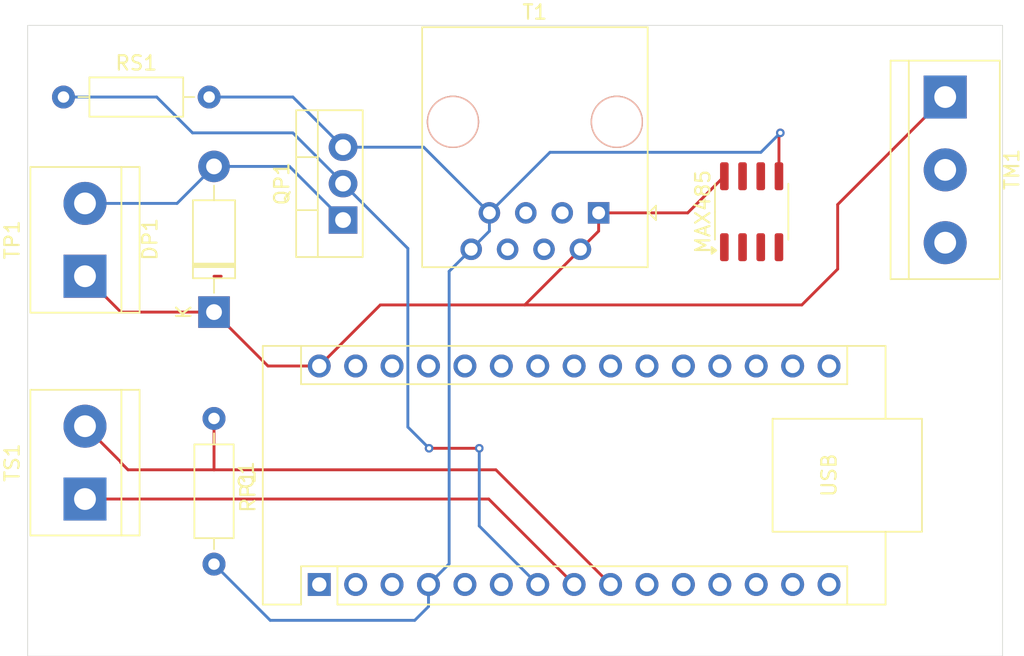
<source format=kicad_pcb>
(kicad_pcb (version 20240108) (generator "pcbnew") (generator_version "8.0")
  (layers (0 "F.Cu" signal) (31 "B.Cu" signal) (34 "B.Paste" user) (35 "F.Paste" user) (36 "B.SilkS" user "B.Silkscreen") (37 "F.SilkS" user "F.Silkscreen") (38 "B.Mask" user) (39 "F.Mask" user) (44 "Edge.Cuts" user))
  (net 0 "")
  (net 1 "Net-(MAX485-A)")
  (net 2 "GND")
  (net 3 "+5V")
  (net 4 "Net-(MAX485-B)")
  (net 8 "Net-(C1-D4)")
  (net 9 "Net-(C1-D3)")
  (net 19 "Net-(C1-A0)")
  (net 23 "Net-(C1-D10)")
  (net 25 "Net-(C1-D11)")
  (net 27 "Net-(C1-D6)")
  (net 32 "Net-(C1-D5)")
  (net 33 "Net-(DP1-A)")
  (footprint "TerminalBlock:TerminalBlock_bornier-2_P5.08mm" (layer "F.Cu") (at 127 86.04 90)
    (property "Reference" "TS1" (at 2.54 -5.08 90) (layer "F.SilkS"))
    (property "Value" "Saucer Terminal")
    (fp_line (start 7.62 -3.81) (end -2.54 -3.81) (stroke (width 0.12)) (layer "F.SilkS"))
    (fp_line (start -2.54 -3.81) (end -2.54 3.81) (stroke (width 0.12)) (layer "F.SilkS"))
    (fp_line (start 7.62 2.54) (end -2.54 2.54) (stroke (width 0.12)) (layer "F.SilkS"))
    (fp_line (start 7.62 3.81) (end 7.62 -3.81) (stroke (width 0.12)) (layer "F.SilkS"))
    (fp_line (start -2.54 3.81) (end 7.62 3.81) (stroke (width 0.12)) (layer "F.SilkS"))
    (pad "1" thru_hole rect (at 0 0 90) (size 3 3) (drill 1.52) (layers "*.Cu" "*.Mask") (net 32 "Net-(C1-D5)"))
    (pad "2" thru_hole circle (at 5.08 0 90) (size 3 3) (drill 1.52) (layers "*.Cu" "*.Mask") (net 27 "Net-(C1-D6)"))
  )
  (footprint "TerminalBlock:TerminalBlock_bornier-3_P5.08mm" (layer "F.Cu") (at 187 58 -90)
    (property "Reference" "TM1" (at 5.05 -4.65 90) (layer "F.SilkS"))
    (property "Value" "Moisture Sensor")
    (fp_line (start -2.54 3.81) (end 12.7 3.81) (stroke (width 0.12)) (layer "F.SilkS"))
    (fp_line (start -2.54 3.81) (end -2.54 -3.81) (stroke (width 0.12)) (layer "F.SilkS"))
    (fp_line (start 12.7 3.81) (end 12.7 -3.81) (stroke (width 0.12)) (layer "F.SilkS"))
    (fp_line (start -2.54 2.54) (end 12.7 2.54) (stroke (width 0.12)) (layer "F.SilkS"))
    (fp_line (start -2.54 -3.81) (end 12.7 -3.81) (stroke (width 0.12)) (layer "F.SilkS"))
    (pad "1" thru_hole rect (at 0 0 270) (size 3 3) (drill 1.52) (layers "*.Cu" "*.Mask") (net 3 "+5V"))
    (pad "2" thru_hole circle (at 5.08 0 270) (size 3 3) (drill 1.52) (layers "*.Cu" "*.Mask") (net 19 "Net-(C1-A0)"))
    (pad "3" thru_hole circle (at 10.16 0 270) (size 3 3) (drill 1.52) (layers "*.Cu" "*.Mask") (net 2 "GND"))
  )
  (footprint "Package_SO:SOIC-8_3.9x4.9mm_P1.27mm" (layer "F.Cu") (at 173.5 66 90)
    (property "Reference" "MAX485" (at 0 -3.4 90) (layer "F.SilkS"))
    (property "Value" "Connection Module")
    (fp_line (start 0 -2.56) (end 1.95 -2.56) (stroke (width 0.12)) (layer "F.SilkS"))
    (fp_line (start 0 -2.56) (end -1.95 -2.56) (stroke (width 0.12)) (layer "F.SilkS"))
    (fp_line (start 0 2.56) (end 1.95 2.56) (stroke (width 0.12)) (layer "F.SilkS"))
    (fp_line (start 0 2.56) (end -1.95 2.56) (stroke (width 0.12)) (layer "F.SilkS"))
    (fp_poly (pts (xy -2.7 -2.465) (xy -2.94 -2.795) (xy -2.46 -2.795) (xy -2.7 -2.465)) (stroke (width 0.12)) (fill solid) (layer "F.SilkS"))
    (pad "1" smd roundrect (at -2.475 -1.905 90) (size 1.95 0.6) (layers "F.Cu" "F.Paste" "F.Mask") (net 23 "Net-(C1-D10)"))
    (pad "2" smd roundrect (at -2.475 -0.635 90) (size 1.95 0.6) (layers "F.Cu" "F.Paste" "F.Mask") (net 9 "Net-(C1-D3)"))
    (pad "3" smd roundrect (at -2.475 0.635 90) (size 1.95 0.6) (layers "F.Cu" "F.Paste" "F.Mask") (net 9 "Net-(C1-D3)"))
    (pad "4" smd roundrect (at -2.475 1.905 90) (size 1.95 0.6) (layers "F.Cu" "F.Paste" "F.Mask") (net 25 "Net-(C1-D11)"))
    (pad "5" smd roundrect (at 2.475 1.905 90) (size 1.95 0.6) (layers "F.Cu" "F.Paste" "F.Mask") (net 2 "GND"))
    (pad "6" smd roundrect (at 2.475 0.635 90) (size 1.95 0.6) (layers "F.Cu" "F.Paste" "F.Mask") (net 1 "Net-(MAX485-A)"))
    (pad "7" smd roundrect (at 2.475 -0.635 90) (size 1.95 0.6) (layers "F.Cu" "F.Paste" "F.Mask") (net 4 "Net-(MAX485-B)"))
    (pad "8" smd roundrect (at 2.475 -1.905 90) (size 1.95 0.6) (layers "F.Cu" "F.Paste" "F.Mask") (net 3 "+5V"))
  )
  (footprint "Package_TO_SOT_THT:TO-220-3_Vertical" (layer "F.Cu") (at 145 66.58 90)
    (property "Reference" "QP1" (at 2.54 -4.27 90) (layer "F.SilkS"))
    (property "Value" "IRLZ44N")
    (fp_line (start 7.66 -3.27) (end 7.66 1.371) (stroke (width 0.12)) (layer "F.SilkS"))
    (fp_line (start 4.391 -3.27) (end 4.391 -1.76) (stroke (width 0.12)) (layer "F.SilkS"))
    (fp_line (start 0.69 -3.27) (end 0.69 -1.76) (stroke (width 0.12)) (layer "F.SilkS"))
    (fp_line (start -2.58 -3.27) (end 7.66 -3.27) (stroke (width 0.12)) (layer "F.SilkS"))
    (fp_line (start -2.58 -3.27) (end -2.58 1.371) (stroke (width 0.12)) (layer "F.SilkS"))
    (fp_line (start -2.58 -1.76) (end 7.66 -1.76) (stroke (width 0.12)) (layer "F.SilkS"))
    (fp_line (start -2.58 1.371) (end 7.66 1.371) (stroke (width 0.12)) (layer "F.SilkS"))
    (pad "1" thru_hole rect (at 0 0 90) (size 1.905 2) (drill 1.1) (layers "*.Cu" "*.Mask") (net 33 "Net-(DP1-A)"))
    (pad "2" thru_hole oval (at 2.54 0 90) (size 1.905 2) (drill 1.1) (layers "*.Cu" "*.Mask") (net 8 "Net-(C1-D4)"))
    (pad "3" thru_hole oval (at 5.08 0 90) (size 1.905 2) (drill 1.1) (layers "*.Cu" "*.Mask") (net 2 "GND"))
  )
  (footprint "Diode_THT:D_DO-41_SOD81_P10.16mm_Horizontal" (layer "F.Cu") (at 136 73 90)
    (property "Reference" "DP1" (at 5.08 -4.47 90) (layer "F.SilkS"))
    (property "Value" "1N4007")
    (fp_line (start 7.8 -1.47) (end 2.36 -1.47) (stroke (width 0.12)) (layer "F.SilkS"))
    (fp_line (start 3.38 -1.47) (end 3.38 1.47) (stroke (width 0.12)) (layer "F.SilkS"))
    (fp_line (start 3.26 -1.47) (end 3.26 1.47) (stroke (width 0.12)) (layer "F.SilkS"))
    (fp_line (start 3.14 -1.47) (end 3.14 1.47) (stroke (width 0.12)) (layer "F.SilkS"))
    (fp_line (start 2.36 -1.47) (end 2.36 1.47) (stroke (width 0.12)) (layer "F.SilkS"))
    (fp_line (start 8.82 0) (end 7.8 0) (stroke (width 0.12)) (layer "F.SilkS"))
    (fp_line (start 1.34 0) (end 2.36 0) (stroke (width 0.12)) (layer "F.SilkS"))
    (fp_line (start 7.8 1.47) (end 7.8 -1.47) (stroke (width 0.12)) (layer "F.SilkS"))
    (fp_line (start 2.36 1.47) (end 7.8 1.47) (stroke (width 0.12)) (layer "F.SilkS"))
    (fp_text user "K" (at 0 -2.1 90) (layer "F.SilkS"))
    (pad "1" thru_hole rect (at 0 0 90) (size 2.2 2.2) (drill 1.1) (layers "*.Cu" "*.Mask") (net 3 "+5V"))
    (pad "2" thru_hole oval (at 10.16 0 90) (size 2.2 2.2) (drill 1.1) (layers "*.Cu" "*.Mask") (net 33 "Net-(DP1-A)"))
  )
  (footprint "Resistor_THT:R_Axial_DIN0207_L6.3mm_D2.5mm_P10.16mm_Horizontal" (layer "F.Cu") (at 136 80.42 -90)
    (property "Reference" "RP1" (at 5.08 -2.37 90) (layer "F.SilkS"))
    (property "Value" "10k")
    (fp_line (start 1.81 1.37) (end 8.35 1.37) (stroke (width 0.12)) (layer "F.SilkS"))
    (fp_line (start 8.35 1.37) (end 8.35 -1.37) (stroke (width 0.12)) (layer "F.SilkS"))
    (fp_line (start 1.04 0) (end 1.81 0) (stroke (width 0.12)) (layer "F.SilkS"))
    (fp_line (start 9.12 0) (end 8.35 0) (stroke (width 0.12)) (layer "F.SilkS"))
    (fp_line (start 1.81 -1.37) (end 1.81 1.37) (stroke (width 0.12)) (layer "F.SilkS"))
    (fp_line (start 8.35 -1.37) (end 1.81 -1.37) (stroke (width 0.12)) (layer "F.SilkS"))
    (pad "1" thru_hole circle (at 0 0 270) (size 1.6 1.6) (drill 0.8) (layers "*.Cu" "*.Mask") (net 27 "Net-(C1-D6)"))
    (pad "2" thru_hole oval (at 10.16 0 270) (size 1.6 1.6) (drill 0.8) (layers "*.Cu" "*.Mask") (net 2 "GND"))
  )
  (footprint "Resistor_THT:R_Axial_DIN0207_L6.3mm_D2.5mm_P10.16mm_Horizontal" (layer "F.Cu") (at 125.5 58)
    (property "Reference" "RS1" (at 5.08 -2.37 0) (layer "F.SilkS"))
    (property "Value" "10k")
    (fp_line (start 1.04 0) (end 1.81 0) (stroke (width 0.12)) (layer "F.SilkS"))
    (fp_line (start 1.81 -1.37) (end 1.81 1.37) (stroke (width 0.12)) (layer "F.SilkS"))
    (fp_line (start 1.81 1.37) (end 8.35 1.37) (stroke (width 0.12)) (layer "F.SilkS"))
    (fp_line (start 8.35 -1.37) (end 1.81 -1.37) (stroke (width 0.12)) (layer "F.SilkS"))
    (fp_line (start 8.35 1.37) (end 8.35 -1.37) (stroke (width 0.12)) (layer "F.SilkS"))
    (fp_line (start 9.12 0) (end 8.35 0) (stroke (width 0.12)) (layer "F.SilkS"))
    (pad "1" thru_hole circle (at 0 0) (size 1.6 1.6) (drill 0.8) (layers "*.Cu" "*.Mask") (net 8 "Net-(C1-D4)"))
    (pad "2" thru_hole oval (at 10.16 0) (size 1.6 1.6) (drill 0.8) (layers "*.Cu" "*.Mask") (net 2 "GND"))
  )
  (footprint "Connector_RJ:RJ45_OST_PJ012-8P8CX_Vertical" (layer "F.Cu") (at 162.8275 66.08 180)
    (property "Reference" "T1" (at 4.45 14 0) (layer "F.SilkS"))
    (property "Value" "RJ45 Connector")
    (fp_line (start 12.31 12.95) (end -3.42 12.95) (stroke (width 0.12)) (layer "F.SilkS"))
    (fp_line (start 12.31 -3.79) (end 12.31 12.95) (stroke (width 0.12)) (layer "F.SilkS"))
    (fp_line (start 12.3 -3.79) (end -3.42 -3.79) (stroke (width 0.12)) (layer "F.SilkS"))
    (fp_line (start -3.42 -3.79) (end -3.42 12.95) (stroke (width 0.12)) (layer "F.SilkS"))
    (fp_line (start -3.5 0) (end -4 -0.5) (stroke (width 0.12)) (layer "F.SilkS"))
    (fp_line (start -4 0.5) (end -3.5 0) (stroke (width 0.12)) (layer "F.SilkS"))
    (fp_line (start -4 -0.5) (end -4 0.5) (stroke (width 0.12)) (layer "F.SilkS"))
    (pad "" np_thru_hole circle (at -1.27 6.35 180) (size 3.65 3.65) (drill 3.45) (layers "*.Cu" "*.SilkS" "*.Mask"))
    (pad "" np_thru_hole circle (at 10.16 6.35 180) (size 3.65 3.65) (drill 3.45) (layers "*.Cu" "*.SilkS" "*.Mask"))
    (pad "1" thru_hole rect (at 0 0 180) (size 1.5 1.5) (drill 0.9) (layers "*.Cu" "*.Mask") (net 3 "+5V"))
    (pad "2" thru_hole circle (at 1.27 -2.54 180) (size 1.5 1.5) (drill 0.9) (layers "*.Cu" "*.Mask") (net 3 "+5V"))
    (pad "3" thru_hole circle (at 2.54 0 180) (size 1.5 1.5) (drill 0.9) (layers "*.Cu" "*.Mask") (net 1 "Net-(MAX485-A)"))
    (pad "4" thru_hole circle (at 3.81 -2.54 180) (size 1.5 1.5) (drill 0.9) (layers "*.Cu" "*.Mask") (net 4 "Net-(MAX485-B)"))
    (pad "5" thru_hole circle (at 5.08 0 180) (size 1.5 1.5) (drill 0.9) (layers "*.Cu" "*.Mask"))
    (pad "6" thru_hole circle (at 6.35 -2.54 180) (size 1.5 1.5) (drill 0.9) (layers "*.Cu" "*.Mask"))
    (pad "7" thru_hole circle (at 7.62 0 180) (size 1.5 1.5) (drill 0.9) (layers "*.Cu" "*.Mask") (net 2 "GND"))
    (pad "8" thru_hole circle (at 8.89 -2.54 180) (size 1.5 1.5) (drill 0.9) (layers "*.Cu" "*.Mask") (net 2 "GND"))
  )
  (footprint "Module:Arduino_Nano" (layer "F.Cu") (at 143.34 92 90)
    (property "Reference" "C1" (at 7.62 -5.08 90) (layer "F.SilkS"))
    (property "Value" "Arduino Nano 5V")
    (fp_line (start 16.64 -3.94) (end -1.4 -3.94) (stroke (width 0.12)) (layer "F.SilkS"))
    (fp_line (start -1.4 -3.94) (end -1.4 -1.27) (stroke (width 0.12)) (layer "F.SilkS"))
    (fp_line (start 13.97 -1.27) (end 16.64 -1.27) (stroke (width 0.12)) (layer "F.SilkS"))
    (fp_line (start 13.97 -1.27) (end 13.97 36.83) (stroke (width 0.12)) (layer "F.SilkS"))
    (fp_line (start 1.27 -1.27) (end -1.4 -1.27) (stroke (width 0.12)) (layer "F.SilkS"))
    (fp_line (start 1.27 1.27) (end 1.27 -1.27) (stroke (width 0.12)) (layer "F.SilkS"))
    (fp_line (start 1.27 1.27) (end -1.4 1.27) (stroke (width 0.12)) (layer "F.SilkS"))
    (fp_line (start 1.27 1.27) (end 1.27 36.83) (stroke (width 0.12)) (layer "F.SilkS"))
    (fp_line (start -1.4 1.27) (end -1.4 39.5) (stroke (width 0.12)) (layer "F.SilkS"))
    (fp_line (start 11.56 31.62) (end 11.56 42.04) (stroke (width 0.12)) (layer "F.SilkS"))
    (fp_line (start 3.68 31.62) (end 11.56 31.62) (stroke (width 0.12)) (layer "F.SilkS"))
    (fp_line (start 13.97 36.83) (end 16.64 36.83) (stroke (width 0.12)) (layer "F.SilkS"))
    (fp_line (start 1.27 36.83) (end -1.4 36.83) (stroke (width 0.12)) (layer "F.SilkS"))
    (fp_line (start 16.64 39.5) (end 16.64 -3.94) (stroke (width 0.12)) (layer "F.SilkS"))
    (fp_line (start 16.64 39.5) (end 11.56 39.5) (stroke (width 0.12)) (layer "F.SilkS"))
    (fp_line (start -1.4 39.5) (end 3.68 39.5) (stroke (width 0.12)) (layer "F.SilkS"))
    (fp_line (start 11.56 42.04) (end 3.68 42.04) (stroke (width 0.12)) (layer "F.SilkS"))
    (fp_line (start 3.68 42.04) (end 3.68 31.62) (stroke (width 0.12)) (layer "F.SilkS"))
    (fp_text user "USB" (at 7.62 35.56 90) (layer "F.SilkS"))
    (pad "1" thru_hole rect (at 0 0 90) (size 1.6 1.6) (drill 1) (layers "*.Cu" "*.Mask"))
    (pad "2" thru_hole oval (at 0 2.54 90) (size 1.6 1.6) (drill 1) (layers "*.Cu" "*.Mask"))
    (pad "3" thru_hole oval (at 0 5.08 90) (size 1.6 1.6) (drill 1) (layers "*.Cu" "*.Mask"))
    (pad "4" thru_hole oval (at 0 7.62 90) (size 1.6 1.6) (drill 1) (layers "*.Cu" "*.Mask") (net 2 "GND"))
    (pad "5" thru_hole oval (at 0 10.16 90) (size 1.6 1.6) (drill 1) (layers "*.Cu" "*.Mask"))
    (pad "6" thru_hole oval (at 0 12.7 90) (size 1.6 1.6) (drill 1) (layers "*.Cu" "*.Mask") (net 9 "Net-(C1-D3)"))
    (pad "7" thru_hole oval (at 0 15.24 90) (size 1.6 1.6) (drill 1) (layers "*.Cu" "*.Mask") (net 8 "Net-(C1-D4)"))
    (pad "8" thru_hole oval (at 0 17.78 90) (size 1.6 1.6) (drill 1) (layers "*.Cu" "*.Mask") (net 32 "Net-(C1-D5)"))
    (pad "9" thru_hole oval (at 0 20.32 90) (size 1.6 1.6) (drill 1) (layers "*.Cu" "*.Mask") (net 27 "Net-(C1-D6)"))
    (pad "10" thru_hole oval (at 0 22.86 90) (size 1.6 1.6) (drill 1) (layers "*.Cu" "*.Mask"))
    (pad "11" thru_hole oval (at 0 25.4 90) (size 1.6 1.6) (drill 1) (layers "*.Cu" "*.Mask"))
    (pad "12" thru_hole oval (at 0 27.94 90) (size 1.6 1.6) (drill 1) (layers "*.Cu" "*.Mask"))
    (pad "13" thru_hole oval (at 0 30.48 90) (size 1.6 1.6) (drill 1) (layers "*.Cu" "*.Mask") (net 23 "Net-(C1-D10)"))
    (pad "14" thru_hole oval (at 0 33.02 90) (size 1.6 1.6) (drill 1) (layers "*.Cu" "*.Mask") (net 25 "Net-(C1-D11)"))
    (pad "15" thru_hole oval (at 0 35.56 90) (size 1.6 1.6) (drill 1) (layers "*.Cu" "*.Mask"))
    (pad "16" thru_hole oval (at 15.24 35.56 90) (size 1.6 1.6) (drill 1) (layers "*.Cu" "*.Mask"))
    (pad "17" thru_hole oval (at 15.24 33.02 90) (size 1.6 1.6) (drill 1) (layers "*.Cu" "*.Mask"))
    (pad "18" thru_hole oval (at 15.24 30.48 90) (size 1.6 1.6) (drill 1) (layers "*.Cu" "*.Mask"))
    (pad "19" thru_hole oval (at 15.24 27.94 90) (size 1.6 1.6) (drill 1) (layers "*.Cu" "*.Mask") (net 19 "Net-(C1-A0)"))
    (pad "20" thru_hole oval (at 15.24 25.4 90) (size 1.6 1.6) (drill 1) (layers "*.Cu" "*.Mask"))
    (pad "21" thru_hole oval (at 15.24 22.86 90) (size 1.6 1.6) (drill 1) (layers "*.Cu" "*.Mask"))
    (pad "22" thru_hole oval (at 15.24 20.32 90) (size 1.6 1.6) (drill 1) (layers "*.Cu" "*.Mask"))
    (pad "23" thru_hole oval (at 15.24 17.78 90) (size 1.6 1.6) (drill 1) (layers "*.Cu" "*.Mask"))
    (pad "24" thru_hole oval (at 15.24 15.24 90) (size 1.6 1.6) (drill 1) (layers "*.Cu" "*.Mask"))
    (pad "25" thru_hole oval (at 15.24 12.7 90) (size 1.6 1.6) (drill 1) (layers "*.Cu" "*.Mask"))
    (pad "26" thru_hole oval (at 15.24 10.16 90) (size 1.6 1.6) (drill 1) (layers "*.Cu" "*.Mask"))
    (pad "27" thru_hole oval (at 15.24 7.62 90) (size 1.6 1.6) (drill 1) (layers "*.Cu" "*.Mask"))
    (pad "28" thru_hole oval (at 15.24 5.08 90) (size 1.6 1.6) (drill 1) (layers "*.Cu" "*.Mask"))
    (pad "29" thru_hole oval (at 15.24 2.54 90) (size 1.6 1.6) (drill 1) (layers "*.Cu" "*.Mask"))
    (pad "30" thru_hole oval (at 15.24 0 90) (size 1.6 1.6) (drill 1) (layers "*.Cu" "*.Mask") (net 3 "+5V"))
  )
  (footprint "TerminalBlock:TerminalBlock_bornier-2_P5.08mm" (layer "F.Cu") (at 127 70.5 90)
    (property "Reference" "TP1" (at 2.54 -5.08 90) (layer "F.SilkS"))
    (property "Value" "Pump Termial")
    (fp_line (start 7.62 -3.81) (end -2.54 -3.81) (stroke (width 0.12)) (layer "F.SilkS"))
    (fp_line (start -2.54 -3.81) (end -2.54 3.81) (stroke (width 0.12)) (layer "F.SilkS"))
    (fp_line (start 7.62 2.54) (end -2.54 2.54) (stroke (width 0.12)) (layer "F.SilkS"))
    (fp_line (start 7.62 3.81) (end 7.62 -3.81) (stroke (width 0.12)) (layer "F.SilkS"))
    (fp_line (start -2.54 3.81) (end 7.62 3.81) (stroke (width 0.12)) (layer "F.SilkS"))
    (pad "1" thru_hole rect (at 0 0 90) (size 3 3) (drill 1.52) (layers "*.Cu" "*.Mask") (net 3 "+5V"))
    (pad "2" thru_hole circle (at 5.08 0 90) (size 3 3) (drill 1.52) (layers "*.Cu" "*.Mask") (net 33 "Net-(DP1-A)"))
  )
  (gr_rect (start 123 53) (end 191 97) (stroke (width 0.05)) (fill none) (layer "Edge.Cuts"))
  (segment (start 175.405 60.595) (end 175.405 63.525) (width 0.2) (layer "F.Cu") (net 2))
  (segment (start 175.5 60.5) (end 175.405 60.595) (width 0.2) (layer "F.Cu") (net 2))
  (via (at 175.5 60.5) (size 0.6) (drill 0.3) (layers "F.Cu" "B.Cu") (net 2))
  (segment (start 174.145 61.855) (end 175.5 60.5) (width 0.2) (layer "B.Cu") (net 2))
  (segment (start 136 90.58) (end 139.92 94.5) (width 0.2) (layer "B.Cu") (net 2))
  (segment (start 139.92 94.5) (end 150 94.5) (width 0.2) (layer "B.Cu") (net 2))
  (segment (start 159.4325 61.855) (end 174.145 61.855) (width 0.2) (layer "B.Cu") (net 2))
  (segment (start 155.2075 66.08) (end 155.2075 67.35) (width 0.2) (layer "B.Cu") (net 2))
  (segment (start 145 61.5) (end 150.6275 61.5) (width 0.2) (layer "B.Cu") (net 2))
  (segment (start 153.9375 68.62) (end 152.4 70.1575) (width 0.2) (layer "B.Cu") (net 2))
  (segment (start 155.2075 66.08) (end 159.4325 61.855) (width 0.2) (layer "B.Cu") (net 2))
  (segment (start 135.66 58) (end 141.5 58) (width 0.2) (layer "B.Cu") (net 2))
  (segment (start 150.96 93.54) (end 150.96 92) (width 0.2) (layer "B.Cu") (net 2))
  (segment (start 152.4 70.1575) (end 152.4 90.56) (width 0.2) (layer "B.Cu") (net 2))
  (segment (start 155.2075 67.35) (end 153.9375 68.62) (width 0.2) (layer "B.Cu") (net 2))
  (segment (start 152.4 90.56) (end 150.96 92) (width 0.2) (layer "B.Cu") (net 2))
  (segment (start 150 94.5) (end 150.96 93.54) (width 0.2) (layer "B.Cu") (net 2))
  (segment (start 150.6275 61.5) (end 155.2075 66.08) (width 0.2) (layer "B.Cu") (net 2))
  (segment (start 141.5 58) (end 145 61.5) (width 0.2) (layer "B.Cu") (net 2))
  (segment (start 179.5 70) (end 179.5 65.5) (width 0.2) (layer "F.Cu") (net 3))
  (segment (start 162.8275 66.08) (end 169.04 66.08) (width 0.2) (layer "F.Cu") (net 3))
  (segment (start 157.6775 72.5) (end 177 72.5) (width 0.2) (layer "F.Cu") (net 3))
  (segment (start 179.5 65.5) (end 187 58) (width 0.2) (layer "F.Cu") (net 3))
  (segment (start 161.5575 68.62) (end 157.6775 72.5) (width 0.2) (layer "F.Cu") (net 3))
  (segment (start 129.5 73) (end 127 70.5) (width 0.2) (layer "F.Cu") (net 3))
  (segment (start 139.76 76.76) (end 136 73) (width 0.2) (layer "F.Cu") (net 3))
  (segment (start 136 73) (end 129.5 73) (width 0.2) (layer "F.Cu") (net 3))
  (segment (start 143.34 76.76) (end 139.76 76.76) (width 0.2) (layer "F.Cu") (net 3))
  (segment (start 169.04 66.08) (end 171.595 63.525) (width 0.2) (layer "F.Cu") (net 3))
  (segment (start 162.8275 66.08) (end 162.8275 67.35) (width 0.2) (layer "F.Cu") (net 3))
  (segment (start 162.8275 67.35) (end 161.5575 68.62) (width 0.2) (layer "F.Cu") (net 3))
  (segment (start 143.34 76.76) (end 147.6 72.5) (width 0.2) (layer "F.Cu") (net 3))
  (segment (start 157.6775 72.5) (end 147.6 72.5) (width 0.2) (layer "F.Cu") (net 3))
  (segment (start 136.5 70.5) (end 136 70.5) (width 0.2) (layer "F.Cu") (net 3))
  (segment (start 177 72.5) (end 179.5 70) (width 0.2) (layer "F.Cu") (net 3))
  (segment (start 151 82.5) (end 154.5 82.5) (width 0.2) (layer "F.Cu") (net 8))
  (via (at 154.5 82.5) (size 0.6) (drill 0.3) (layers "F.Cu" "B.Cu") (net 8))
  (via (at 151 82.5) (size 0.6) (drill 0.3) (layers "F.Cu" "B.Cu") (net 8))
  (segment (start 125.5 58) (end 132 58) (width 0.2) (layer "B.Cu") (net 8))
  (segment (start 154.5 82.5) (end 154.5 87.92) (width 0.2) (layer "B.Cu") (net 8))
  (segment (start 134.5 60.5) (end 141.5 60.5) (width 0.2) (layer "B.Cu") (net 8))
  (segment (start 154.5 87.92) (end 158.58 92) (width 0.2) (layer "B.Cu") (net 8))
  (segment (start 132 58) (end 134.5 60.5) (width 0.2) (layer "B.Cu") (net 8))
  (segment (start 141.5 60.5) (end 145 64) (width 0.2) (layer "B.Cu") (net 8))
  (segment (start 149.52 81.02) (end 151 82.5) (width 0.2) (layer "B.Cu") (net 8))
  (segment (start 145 64) (end 145 64.04) (width 0.2) (layer "B.Cu") (net 8))
  (segment (start 149.52 68.56) (end 149.52 81.02) (width 0.2) (layer "B.Cu") (net 8))
  (segment (start 145 64.04) (end 149.52 68.56) (width 0.2) (layer "B.Cu") (net 8))
  (segment (start 130 84) (end 129.5 83.5) (width 0.2) (layer "F.Cu") (net 27))
  (segment (start 163.66 92) (end 155.66 84) (width 0.2) (layer "F.Cu") (net 27))
  (segment (start 136 84) (end 136 80.42) (width 0.2) (layer "F.Cu") (net 27))
  (segment (start 129.5 83.46) (end 127 80.96) (width 0.2) (layer "F.Cu") (net 27))
  (segment (start 155.66 84) (end 136 84) (width 0.2) (layer "F.Cu") (net 27))
  (segment (start 129.5 83.5) (end 129.5 83.46) (width 0.2) (layer "F.Cu") (net 27))
  (segment (start 136 84) (end 130 84) (width 0.2) (layer "F.Cu") (net 27))
  (segment (start 161.12 92) (end 155.16 86.04) (width 0.2) (layer "F.Cu") (net 32))
  (segment (start 155.16 86.04) (end 127 86.04) (width 0.2) (layer "F.Cu") (net 32))
  (segment (start 141.26 62.84) (end 145 66.58) (width 0.2) (layer "B.Cu") (net 33))
  (segment (start 127 65.42) (end 133.42 65.42) (width 0.2) (layer "B.Cu") (net 33))
  (segment (start 133.42 65.42) (end 136 62.84) (width 0.2) (layer "B.Cu") (net 33))
  (segment (start 136 62.84) (end 141.26 62.84) (width 0.2) (layer "B.Cu") (net 33))
)
</source>
